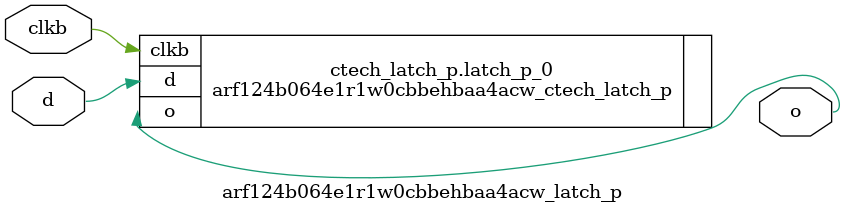
<source format=sv>

`ifndef ARF124B064E1R1W0CBBEHBAA4ACW_LATCH_P_SV
`define ARF124B064E1R1W0CBBEHBAA4ACW_LATCH_P_SV

module arf124b064e1r1w0cbbehbaa4acw_latch_p #
(
  parameter CTECH = 1
)
(
  output logic o,
  input  logic d,
  input  logic clkb
);

  if (CTECH == 1) begin: ctech_latch_p
    arf124b064e1r1w0cbbehbaa4acw_ctech_latch_p latch_p_0 (.o(o),.d(d),.clkb(clkb));
  end
  else begin
    always_latch begin
      if (~clkb) begin
        o <= d;
      end
    end
  end

endmodule // arf124b064e1r1w0cbbehbaa4acw_latch_p

`endif // ARF124B064E1R1W0CBBEHBAA4ACW_LATCH_P_SV
</source>
